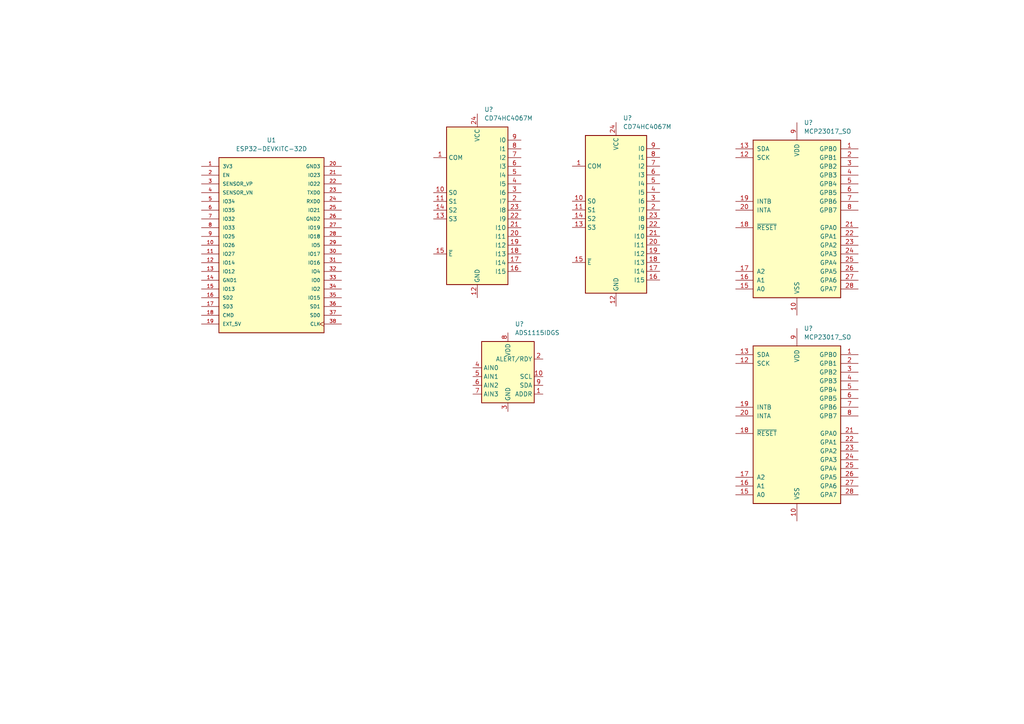
<source format=kicad_sch>
(kicad_sch (version 20211123) (generator eeschema)
  (paper "A4")
  (lib_symbols
    (symbol "74xx:CD74HC4067M"
      (property "Reference" "U" (at -8.89 22.86 0))
      (property "Value" "CD74HC4067M" (at 1.27 22.86 0))
      (symbol "CD74HC4067M_0_1"
        (rectangle (start -8.89 21.59) (end 8.89 -24.13) (stroke (width 0.254)) (fill (type background)))
      )
      (symbol "CD74HC4067M_1_1"
        (pin passive line (at -12.7 12.7 0) (length 3.81) (name "COM") (number "1"))
        (pin input line (at -12.7 2.54 0) (length 3.81) (name "S0") (number "10"))
        (pin input line (at -12.7 0 0) (length 3.81) (name "S1") (number "11"))
        (pin power_in line (at 0 -27.94 90) (length 3.81) (name "GND") (number "12"))
        (pin input line (at -12.7 -5.08 0) (length 3.81) (name "S3") (number "13"))
        (pin input line (at -12.7 -2.54 0) (length 3.81) (name "S2") (number "14"))
        (pin input line (at -12.7 -15.24 0) (length 3.81) (name "~{E}") (number "15"))
        (pin passive line (at 12.7 -20.32 180) (length 3.81) (name "I15") (number "16"))
        (pin passive line (at 12.7 -17.78 180) (length 3.81) (name "I14") (number "17"))
        (pin passive line (at 12.7 -15.24 180) (length 3.81) (name "I13") (number "18"))
        (pin passive line (at 12.7 -12.7 180) (length 3.81) (name "I12") (number "19"))
        (pin passive line (at 12.7 0 180) (length 3.81) (name "I7") (number "2"))
        (pin passive line (at 12.7 -10.16 180) (length 3.81) (name "I11") (number "20"))
        (pin passive line (at 12.7 -7.62 180) (length 3.81) (name "I10") (number "21"))
        (pin passive line (at 12.7 -5.08 180) (length 3.81) (name "I9") (number "22"))
        (pin passive line (at 12.7 -2.54 180) (length 3.81) (name "I8") (number "23"))
        (pin power_in line (at 0 25.4 270) (length 3.81) (name "VCC") (number "24"))
        (pin passive line (at 12.7 2.54 180) (length 3.81) (name "I6") (number "3"))
        (pin passive line (at 12.7 5.08 180) (length 3.81) (name "I5") (number "4"))
        (pin passive line (at 12.7 7.62 180) (length 3.81) (name "I4") (number "5"))
        (pin passive line (at 12.7 10.16 180) (length 3.81) (name "I3") (number "6"))
        (pin passive line (at 12.7 12.7 180) (length 3.81) (name "I2") (number "7"))
        (pin passive line (at 12.7 15.24 180) (length 3.81) (name "I1") (number "8"))
        (pin passive line (at 12.7 17.78 180) (length 3.81) (name "I0") (number "9"))
      )
    )
    (symbol "Analog_ADC:ADS1115IDGS"
      (property "Reference" "U" (at 2.54 13.97 0))
      (property "Value" "ADS1115IDGS" (at 7.62 11.43 0))
      (symbol "ADS1115IDGS_0_1"
        (rectangle (start -7.62 10.16) (end 7.62 -7.62) (stroke (width 0.254)) (fill (type background)))
      )
      (symbol "ADS1115IDGS_1_1"
        (pin input line (at 10.16 -5.08 180) (length 2.54) (name "ADDR") (number "1"))
        (pin input line (at 10.16 0 180) (length 2.54) (name "SCL") (number "10"))
        (pin output line (at 10.16 5.08 180) (length 2.54) (name "ALERT/RDY") (number "2"))
        (pin power_in line (at 0 -10.16 90) (length 2.54) (name "GND") (number "3"))
        (pin input line (at -10.16 2.54 0) (length 2.54) (name "AIN0") (number "4"))
        (pin input line (at -10.16 0 0) (length 2.54) (name "AIN1") (number "5"))
        (pin input line (at -10.16 -2.54 0) (length 2.54) (name "AIN2") (number "6"))
        (pin input line (at -10.16 -5.08 0) (length 2.54) (name "AIN3") (number "7"))
        (pin power_in line (at 0 12.7 270) (length 2.54) (name "VDD") (number "8"))
        (pin bidirectional line (at 10.16 -2.54 180) (length 2.54) (name "SDA") (number "9"))
      )
    )
    (symbol "ESP32-DEVKITC-32D:ESP32-DEVKITC-32D" (pin_names (offset 1.016))
      (property "Reference" "U" (at -15.2654 26.0604 0))
      (property "Value" "ESP32-DEVKITC-32D" (at -15.2654 -27.9654 0))
      (symbol "ESP32-DEVKITC-32D_0_0"
        (rectangle (start -15.24 -25.4) (end 15.24 25.4) (stroke (width 0.254)) (fill (type background)))
        (pin power_in line (at -20.32 22.86 0) (length 5.08) (name "3V3") (number "1"))
        (pin bidirectional line (at -20.32 0 0) (length 5.08) (name "IO26") (number "10"))
        (pin bidirectional line (at -20.32 -2.54 0) (length 5.08) (name "IO27") (number "11"))
        (pin bidirectional line (at -20.32 -5.08 0) (length 5.08) (name "IO14") (number "12"))
        (pin bidirectional line (at -20.32 -7.62 0) (length 5.08) (name "IO12") (number "13"))
        (pin power_in line (at -20.32 -10.16 0) (length 5.08) (name "GND1") (number "14"))
        (pin bidirectional line (at -20.32 -12.7 0) (length 5.08) (name "IO13") (number "15"))
        (pin bidirectional line (at -20.32 -15.24 0) (length 5.08) (name "SD2") (number "16"))
        (pin bidirectional line (at -20.32 -17.78 0) (length 5.08) (name "SD3") (number "17"))
        (pin bidirectional line (at -20.32 -20.32 0) (length 5.08) (name "CMD") (number "18"))
        (pin power_in line (at -20.32 -22.86 0) (length 5.08) (name "EXT_5V") (number "19"))
        (pin input line (at -20.32 20.32 0) (length 5.08) (name "EN") (number "2"))
        (pin power_in line (at 20.32 22.86 180) (length 5.08) (name "GND3") (number "20"))
        (pin bidirectional line (at 20.32 20.32 180) (length 5.08) (name "IO23") (number "21"))
        (pin bidirectional line (at 20.32 17.78 180) (length 5.08) (name "IO22") (number "22"))
        (pin output line (at 20.32 15.24 180) (length 5.08) (name "TXD0") (number "23"))
        (pin input line (at 20.32 12.7 180) (length 5.08) (name "RXD0") (number "24"))
        (pin bidirectional line (at 20.32 10.16 180) (length 5.08) (name "IO21") (number "25"))
        (pin power_in line (at 20.32 7.62 180) (length 5.08) (name "GND2") (number "26"))
        (pin bidirectional line (at 20.32 5.08 180) (length 5.08) (name "IO19") (number "27"))
        (pin bidirectional line (at 20.32 2.54 180) (length 5.08) (name "IO18") (number "28"))
        (pin bidirectional line (at 20.32 0 180) (length 5.08) (name "IO5") (number "29"))
        (pin input line (at -20.32 17.78 0) (length 5.08) (name "SENSOR_VP") (number "3"))
        (pin bidirectional line (at 20.32 -2.54 180) (length 5.08) (name "IO17") (number "30"))
        (pin bidirectional line (at 20.32 -5.08 180) (length 5.08) (name "IO16") (number "31"))
        (pin bidirectional line (at 20.32 -7.62 180) (length 5.08) (name "IO4") (number "32"))
        (pin bidirectional line (at 20.32 -10.16 180) (length 5.08) (name "IO0") (number "33"))
        (pin bidirectional line (at 20.32 -12.7 180) (length 5.08) (name "IO2") (number "34"))
        (pin bidirectional line (at 20.32 -15.24 180) (length 5.08) (name "IO15") (number "35"))
        (pin bidirectional line (at 20.32 -17.78 180) (length 5.08) (name "SD1") (number "36"))
        (pin bidirectional line (at 20.32 -20.32 180) (length 5.08) (name "SD0") (number "37"))
        (pin input clock (at 20.32 -22.86 180) (length 5.08) (name "CLK") (number "38"))
        (pin input line (at -20.32 15.24 0) (length 5.08) (name "SENSOR_VN") (number "4"))
        (pin bidirectional line (at -20.32 12.7 0) (length 5.08) (name "IO34") (number "5"))
        (pin bidirectional line (at -20.32 10.16 0) (length 5.08) (name "IO35") (number "6"))
        (pin bidirectional line (at -20.32 7.62 0) (length 5.08) (name "IO32") (number "7"))
        (pin bidirectional line (at -20.32 5.08 0) (length 5.08) (name "IO33") (number "8"))
        (pin bidirectional line (at -20.32 2.54 0) (length 5.08) (name "IO25") (number "9"))
      )
    )
    (symbol "Interface_Expansion:MCP23017_SO" (pin_names (offset 1.016))
      (property "Reference" "U" (at -11.43 24.13 0))
      (property "Value" "MCP23017_SO" (at 0 0 0))
      (symbol "MCP23017_SO_0_1"
        (rectangle (start -12.7 22.86) (end 12.7 -22.86) (stroke (width 0.254)) (fill (type background)))
      )
      (symbol "MCP23017_SO_1_1"
        (pin bidirectional line (at 17.78 20.32 180) (length 5.08) (name "GPB0") (number "1"))
        (pin power_in line (at 0 -27.94 90) (length 5.08) (name "VSS") (number "10"))
        (pin no_connect line (at -12.7 15.24 0) (length 5.08) hide (name "NC") (number "11"))
        (pin input line (at -17.78 17.78 0) (length 5.08) (name "SCK") (number "12"))
        (pin bidirectional line (at -17.78 20.32 0) (length 5.08) (name "SDA") (number "13"))
        (pin no_connect line (at -12.7 12.7 0) (length 5.08) hide (name "NC") (number "14"))
        (pin input line (at -17.78 -20.32 0) (length 5.08) (name "A0") (number "15"))
        (pin input line (at -17.78 -17.78 0) (length 5.08) (name "A1") (number "16"))
        (pin input line (at -17.78 -15.24 0) (length 5.08) (name "A2") (number "17"))
        (pin input line (at -17.78 -2.54 0) (length 5.08) (name "~{RESET}") (number "18"))
        (pin tri_state line (at -17.78 5.08 0) (length 5.08) (name "INTB") (number "19"))
        (pin bidirectional line (at 17.78 17.78 180) (length 5.08) (name "GPB1") (number "2"))
        (pin tri_state line (at -17.78 2.54 0) (length 5.08) (name "INTA") (number "20"))
        (pin bidirectional line (at 17.78 -2.54 180) (length 5.08) (name "GPA0") (number "21"))
        (pin bidirectional line (at 17.78 -5.08 180) (length 5.08) (name "GPA1") (number "22"))
        (pin bidirectional line (at 17.78 -7.62 180) (length 5.08) (name "GPA2") (number "23"))
        (pin bidirectional line (at 17.78 -10.16 180) (length 5.08) (name "GPA3") (number "24"))
        (pin bidirectional line (at 17.78 -12.7 180) (length 5.08) (name "GPA4") (number "25"))
        (pin bidirectional line (at 17.78 -15.24 180) (length 5.08) (name "GPA5") (number "26"))
        (pin bidirectional line (at 17.78 -17.78 180) (length 5.08) (name "GPA6") (number "27"))
        (pin bidirectional line (at 17.78 -20.32 180) (length 5.08) (name "GPA7") (number "28"))
        (pin bidirectional line (at 17.78 15.24 180) (length 5.08) (name "GPB2") (number "3"))
        (pin bidirectional line (at 17.78 12.7 180) (length 5.08) (name "GPB3") (number "4"))
        (pin bidirectional line (at 17.78 10.16 180) (length 5.08) (name "GPB4") (number "5"))
        (pin bidirectional line (at 17.78 7.62 180) (length 5.08) (name "GPB5") (number "6"))
        (pin bidirectional line (at 17.78 5.08 180) (length 5.08) (name "GPB6") (number "7"))
        (pin bidirectional line (at 17.78 2.54 180) (length 5.08) (name "GPB7") (number "8"))
        (pin power_in line (at 0 27.94 270) (length 5.08) (name "VDD") (number "9"))
      )
    )
  )
  (symbol (lib_id "Interface_Expansion:MCP23017_SO") (at 231.14 63.5 0) (unit 1)
    (property "Reference" "U?" (at 233.1594 35.56 0) (effects (justify left)))
    (property "Value" "MCP23017_SO" (at 233.1594 38.1 0) (effects (justify left)))
    (property "Footprint" "Package_SO:SOIC-28W_7.5x17.9mm_P1.27mm" (effects hide))
    (property "Datasheet" "http://ww1.microchip.com/downloads/en/DeviceDoc/20001952C.pdf" (effects hide))
  )
  (symbol (lib_id "Interface_Expansion:MCP23017_SO") (at 231.14 123.19 0) (unit 1)
    (property "Reference" "U?" (at 233.1594 95.25 0) (effects (justify left)))
    (property "Value" "MCP23017_SO" (at 233.1594 97.79 0) (effects (justify left)))
    (property "Footprint" "Package_SO:SOIC-28W_7.5x17.9mm_P1.27mm" (effects hide))
    (property "Datasheet" "http://ww1.microchip.com/downloads/en/DeviceDoc/20001952C.pdf" (effects hide))
  )
  (symbol (lib_id "ESP32-DEVKITC-32D:ESP32-DEVKITC-32D") (at 78.74 71.12 0) (unit 1)
    (property "Reference" "U1" (at 78.74 40.64 0))
    (property "Value" "ESP32-DEVKITC-32D" (at 78.74 43.18 0))
    (property "Footprint" "MODULE_ESP32-DEVKITC-32D" (effects hide))
    (property "PARTREV" "4" (effects hide))
    (property "MANUFACTURER" "Espressif Systems" (effects hide))
  )
  (symbol (lib_id "74xx:CD74HC4067M") (at 178.6765 60.8957 0) (unit 1)
    (property "Reference" "U?" (at 180.6959 34.2257 0) (effects (justify left)))
    (property "Value" "CD74HC4067M" (at 180.6959 36.7657 0) (effects (justify left)))
    (property "Footprint" "Package_SO:SOIC-24W_7.5x15.4mm_P1.27mm" (effects hide))
    (property "Datasheet" "http://www.ti.com/lit/ds/symlink/cd74hc4067.pdf" (effects hide))
  )
  (symbol (lib_id "Analog_ADC:ADS1115IDGS") (at 147.32 109.22 0) (unit 1)
    (property "Reference" "U?" (at 149.3394 93.98 0) (effects (justify left)))
    (property "Value" "ADS1115IDGS" (at 149.3394 96.52 0) (effects (justify left)))
    (property "Footprint" "Package_SO:TSSOP-10_3x3mm_P0.5mm" (effects hide))
    (property "Datasheet" "http://www.ti.com/lit/ds/symlink/ads1113.pdf" (effects hide))
  )
  (symbol (lib_id "74xx:CD74HC4067M") (at 138.43 58.42 0) (unit 1)
    (property "Reference" "U?" (at 140.4494 31.75 0) (effects (justify left)))
    (property "Value" "CD74HC4067M" (at 140.4494 34.29 0) (effects (justify left)))
    (property "Footprint" "Package_SO:SOIC-24W_7.5x15.4mm_P1.27mm" (effects hide))
    (property "Datasheet" "http://www.ti.com/lit/ds/symlink/cd74hc4067.pdf" (effects hide))
  )
)
</source>
